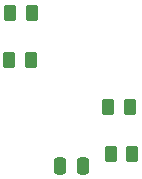
<source format=gbr>
%TF.GenerationSoftware,KiCad,Pcbnew,8.0.1*%
%TF.CreationDate,2024-06-21T13:32:41-03:00*%
%TF.ProjectId,bycicle-speedometer-v2,62796369-636c-4652-9d73-706565646f6d,rev?*%
%TF.SameCoordinates,Original*%
%TF.FileFunction,Paste,Bot*%
%TF.FilePolarity,Positive*%
%FSLAX46Y46*%
G04 Gerber Fmt 4.6, Leading zero omitted, Abs format (unit mm)*
G04 Created by KiCad (PCBNEW 8.0.1) date 2024-06-21 13:32:41*
%MOMM*%
%LPD*%
G01*
G04 APERTURE LIST*
G04 Aperture macros list*
%AMRoundRect*
0 Rectangle with rounded corners*
0 $1 Rounding radius*
0 $2 $3 $4 $5 $6 $7 $8 $9 X,Y pos of 4 corners*
0 Add a 4 corners polygon primitive as box body*
4,1,4,$2,$3,$4,$5,$6,$7,$8,$9,$2,$3,0*
0 Add four circle primitives for the rounded corners*
1,1,$1+$1,$2,$3*
1,1,$1+$1,$4,$5*
1,1,$1+$1,$6,$7*
1,1,$1+$1,$8,$9*
0 Add four rect primitives between the rounded corners*
20,1,$1+$1,$2,$3,$4,$5,0*
20,1,$1+$1,$4,$5,$6,$7,0*
20,1,$1+$1,$6,$7,$8,$9,0*
20,1,$1+$1,$8,$9,$2,$3,0*%
G04 Aperture macros list end*
%ADD10RoundRect,0.250000X-0.250000X-0.475000X0.250000X-0.475000X0.250000X0.475000X-0.250000X0.475000X0*%
%ADD11RoundRect,0.250000X-0.262500X-0.450000X0.262500X-0.450000X0.262500X0.450000X-0.262500X0.450000X0*%
%ADD12RoundRect,0.250000X0.262500X0.450000X-0.262500X0.450000X-0.262500X-0.450000X0.262500X-0.450000X0*%
G04 APERTURE END LIST*
D10*
%TO.C,C1*%
X184000000Y-82000000D03*
X185900000Y-82000000D03*
%TD*%
D11*
%TO.C,R3*%
X188081500Y-77000000D03*
X189906500Y-77000000D03*
%TD*%
D12*
%TO.C,R1*%
X181525000Y-73000000D03*
X179700000Y-73000000D03*
%TD*%
%TO.C,R5*%
X190112500Y-81000000D03*
X188287500Y-81000000D03*
%TD*%
%TO.C,R2*%
X181612500Y-69000000D03*
X179787500Y-69000000D03*
%TD*%
M02*

</source>
